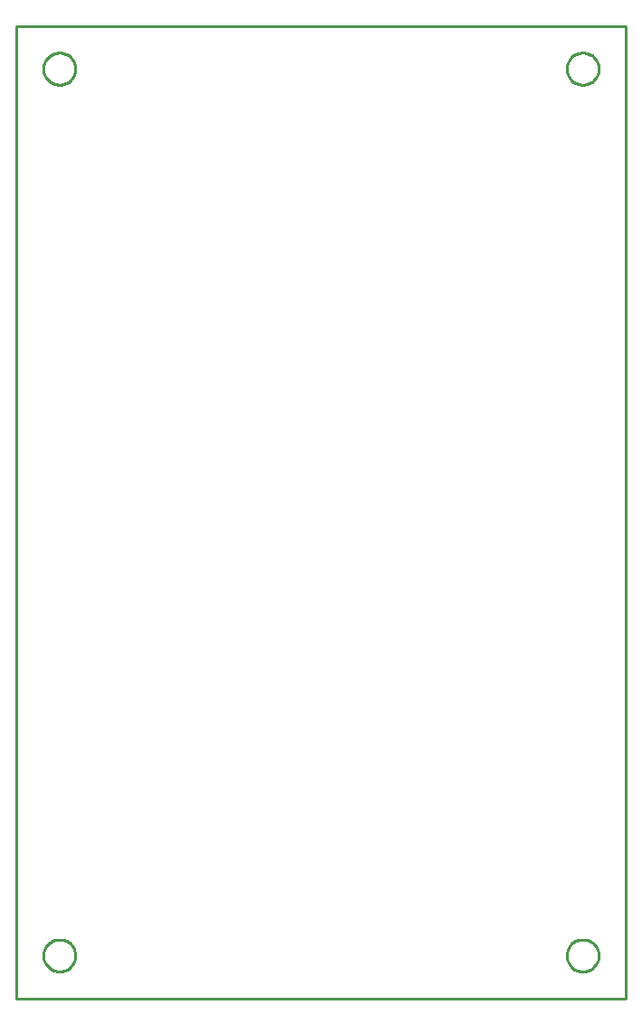
<source format=gbr>
G04 EAGLE Gerber RS-274X export*
G75*
%MOMM*%
%FSLAX34Y34*%
%LPD*%
%IN*%
%IPPOS*%
%AMOC8*
5,1,8,0,0,1.08239X$1,22.5*%
G01*
%ADD10C,0.254000*%


D10*
X0Y0D02*
X570000Y0D01*
X570000Y910000D01*
X0Y910000D01*
X0Y0D01*
X55000Y39464D02*
X54924Y38396D01*
X54771Y37335D01*
X54543Y36288D01*
X54241Y35260D01*
X53867Y34256D01*
X53422Y33281D01*
X52908Y32341D01*
X52329Y31440D01*
X51687Y30582D01*
X50985Y29772D01*
X50228Y29015D01*
X49418Y28313D01*
X48560Y27671D01*
X47659Y27092D01*
X46719Y26578D01*
X45744Y26133D01*
X44740Y25759D01*
X43712Y25457D01*
X42665Y25229D01*
X41604Y25076D01*
X40536Y25000D01*
X39464Y25000D01*
X38396Y25076D01*
X37335Y25229D01*
X36288Y25457D01*
X35260Y25759D01*
X34256Y26133D01*
X33281Y26578D01*
X32341Y27092D01*
X31440Y27671D01*
X30582Y28313D01*
X29772Y29015D01*
X29015Y29772D01*
X28313Y30582D01*
X27671Y31440D01*
X27092Y32341D01*
X26578Y33281D01*
X26133Y34256D01*
X25759Y35260D01*
X25457Y36288D01*
X25229Y37335D01*
X25076Y38396D01*
X25000Y39464D01*
X25000Y40536D01*
X25076Y41604D01*
X25229Y42665D01*
X25457Y43712D01*
X25759Y44740D01*
X26133Y45744D01*
X26578Y46719D01*
X27092Y47659D01*
X27671Y48560D01*
X28313Y49418D01*
X29015Y50228D01*
X29772Y50985D01*
X30582Y51687D01*
X31440Y52329D01*
X32341Y52908D01*
X33281Y53422D01*
X34256Y53867D01*
X35260Y54241D01*
X36288Y54543D01*
X37335Y54771D01*
X38396Y54924D01*
X39464Y55000D01*
X40536Y55000D01*
X41604Y54924D01*
X42665Y54771D01*
X43712Y54543D01*
X44740Y54241D01*
X45744Y53867D01*
X46719Y53422D01*
X47659Y52908D01*
X48560Y52329D01*
X49418Y51687D01*
X50228Y50985D01*
X50985Y50228D01*
X51687Y49418D01*
X52329Y48560D01*
X52908Y47659D01*
X53422Y46719D01*
X53867Y45744D01*
X54241Y44740D01*
X54543Y43712D01*
X54771Y42665D01*
X54924Y41604D01*
X55000Y40536D01*
X55000Y39464D01*
X545000Y39464D02*
X544924Y38396D01*
X544771Y37335D01*
X544543Y36288D01*
X544241Y35260D01*
X543867Y34256D01*
X543422Y33281D01*
X542908Y32341D01*
X542329Y31440D01*
X541687Y30582D01*
X540985Y29772D01*
X540228Y29015D01*
X539418Y28313D01*
X538560Y27671D01*
X537659Y27092D01*
X536719Y26578D01*
X535744Y26133D01*
X534740Y25759D01*
X533712Y25457D01*
X532665Y25229D01*
X531604Y25076D01*
X530536Y25000D01*
X529464Y25000D01*
X528396Y25076D01*
X527335Y25229D01*
X526288Y25457D01*
X525260Y25759D01*
X524256Y26133D01*
X523281Y26578D01*
X522341Y27092D01*
X521440Y27671D01*
X520582Y28313D01*
X519772Y29015D01*
X519015Y29772D01*
X518313Y30582D01*
X517671Y31440D01*
X517092Y32341D01*
X516578Y33281D01*
X516133Y34256D01*
X515759Y35260D01*
X515457Y36288D01*
X515229Y37335D01*
X515076Y38396D01*
X515000Y39464D01*
X515000Y40536D01*
X515076Y41604D01*
X515229Y42665D01*
X515457Y43712D01*
X515759Y44740D01*
X516133Y45744D01*
X516578Y46719D01*
X517092Y47659D01*
X517671Y48560D01*
X518313Y49418D01*
X519015Y50228D01*
X519772Y50985D01*
X520582Y51687D01*
X521440Y52329D01*
X522341Y52908D01*
X523281Y53422D01*
X524256Y53867D01*
X525260Y54241D01*
X526288Y54543D01*
X527335Y54771D01*
X528396Y54924D01*
X529464Y55000D01*
X530536Y55000D01*
X531604Y54924D01*
X532665Y54771D01*
X533712Y54543D01*
X534740Y54241D01*
X535744Y53867D01*
X536719Y53422D01*
X537659Y52908D01*
X538560Y52329D01*
X539418Y51687D01*
X540228Y50985D01*
X540985Y50228D01*
X541687Y49418D01*
X542329Y48560D01*
X542908Y47659D01*
X543422Y46719D01*
X543867Y45744D01*
X544241Y44740D01*
X544543Y43712D01*
X544771Y42665D01*
X544924Y41604D01*
X545000Y40536D01*
X545000Y39464D01*
X55000Y869464D02*
X54924Y868396D01*
X54771Y867335D01*
X54543Y866288D01*
X54241Y865260D01*
X53867Y864256D01*
X53422Y863281D01*
X52908Y862341D01*
X52329Y861440D01*
X51687Y860582D01*
X50985Y859772D01*
X50228Y859015D01*
X49418Y858313D01*
X48560Y857671D01*
X47659Y857092D01*
X46719Y856578D01*
X45744Y856133D01*
X44740Y855759D01*
X43712Y855457D01*
X42665Y855229D01*
X41604Y855076D01*
X40536Y855000D01*
X39464Y855000D01*
X38396Y855076D01*
X37335Y855229D01*
X36288Y855457D01*
X35260Y855759D01*
X34256Y856133D01*
X33281Y856578D01*
X32341Y857092D01*
X31440Y857671D01*
X30582Y858313D01*
X29772Y859015D01*
X29015Y859772D01*
X28313Y860582D01*
X27671Y861440D01*
X27092Y862341D01*
X26578Y863281D01*
X26133Y864256D01*
X25759Y865260D01*
X25457Y866288D01*
X25229Y867335D01*
X25076Y868396D01*
X25000Y869464D01*
X25000Y870536D01*
X25076Y871604D01*
X25229Y872665D01*
X25457Y873712D01*
X25759Y874740D01*
X26133Y875744D01*
X26578Y876719D01*
X27092Y877659D01*
X27671Y878560D01*
X28313Y879418D01*
X29015Y880228D01*
X29772Y880985D01*
X30582Y881687D01*
X31440Y882329D01*
X32341Y882908D01*
X33281Y883422D01*
X34256Y883867D01*
X35260Y884241D01*
X36288Y884543D01*
X37335Y884771D01*
X38396Y884924D01*
X39464Y885000D01*
X40536Y885000D01*
X41604Y884924D01*
X42665Y884771D01*
X43712Y884543D01*
X44740Y884241D01*
X45744Y883867D01*
X46719Y883422D01*
X47659Y882908D01*
X48560Y882329D01*
X49418Y881687D01*
X50228Y880985D01*
X50985Y880228D01*
X51687Y879418D01*
X52329Y878560D01*
X52908Y877659D01*
X53422Y876719D01*
X53867Y875744D01*
X54241Y874740D01*
X54543Y873712D01*
X54771Y872665D01*
X54924Y871604D01*
X55000Y870536D01*
X55000Y869464D01*
X545000Y869464D02*
X544924Y868396D01*
X544771Y867335D01*
X544543Y866288D01*
X544241Y865260D01*
X543867Y864256D01*
X543422Y863281D01*
X542908Y862341D01*
X542329Y861440D01*
X541687Y860582D01*
X540985Y859772D01*
X540228Y859015D01*
X539418Y858313D01*
X538560Y857671D01*
X537659Y857092D01*
X536719Y856578D01*
X535744Y856133D01*
X534740Y855759D01*
X533712Y855457D01*
X532665Y855229D01*
X531604Y855076D01*
X530536Y855000D01*
X529464Y855000D01*
X528396Y855076D01*
X527335Y855229D01*
X526288Y855457D01*
X525260Y855759D01*
X524256Y856133D01*
X523281Y856578D01*
X522341Y857092D01*
X521440Y857671D01*
X520582Y858313D01*
X519772Y859015D01*
X519015Y859772D01*
X518313Y860582D01*
X517671Y861440D01*
X517092Y862341D01*
X516578Y863281D01*
X516133Y864256D01*
X515759Y865260D01*
X515457Y866288D01*
X515229Y867335D01*
X515076Y868396D01*
X515000Y869464D01*
X515000Y870536D01*
X515076Y871604D01*
X515229Y872665D01*
X515457Y873712D01*
X515759Y874740D01*
X516133Y875744D01*
X516578Y876719D01*
X517092Y877659D01*
X517671Y878560D01*
X518313Y879418D01*
X519015Y880228D01*
X519772Y880985D01*
X520582Y881687D01*
X521440Y882329D01*
X522341Y882908D01*
X523281Y883422D01*
X524256Y883867D01*
X525260Y884241D01*
X526288Y884543D01*
X527335Y884771D01*
X528396Y884924D01*
X529464Y885000D01*
X530536Y885000D01*
X531604Y884924D01*
X532665Y884771D01*
X533712Y884543D01*
X534740Y884241D01*
X535744Y883867D01*
X536719Y883422D01*
X537659Y882908D01*
X538560Y882329D01*
X539418Y881687D01*
X540228Y880985D01*
X540985Y880228D01*
X541687Y879418D01*
X542329Y878560D01*
X542908Y877659D01*
X543422Y876719D01*
X543867Y875744D01*
X544241Y874740D01*
X544543Y873712D01*
X544771Y872665D01*
X544924Y871604D01*
X545000Y870536D01*
X545000Y869464D01*
M02*

</source>
